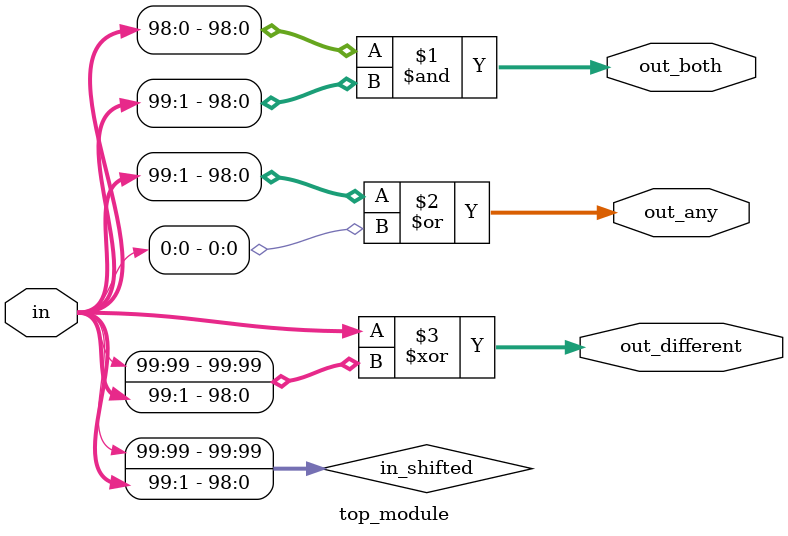
<source format=sv>
module top_module (
	input [99:0] in,
	output [98:0] out_both,
	output [99:1] out_any,
	output [99:0] out_different
);

	// Declare intermediate signal
	wire [99:0] in_shifted;

	// Create the shifted input
	assign in_shifted = {in[99], in[99:1]};

	// Compute out_both
	assign out_both = in[98:0] & in_shifted[98:0];

	// Compute out_any
	assign out_any = in[99:1] | in[0];

	// Compute out_different
	assign out_different = in ^ in_shifted;

endmodule

</source>
